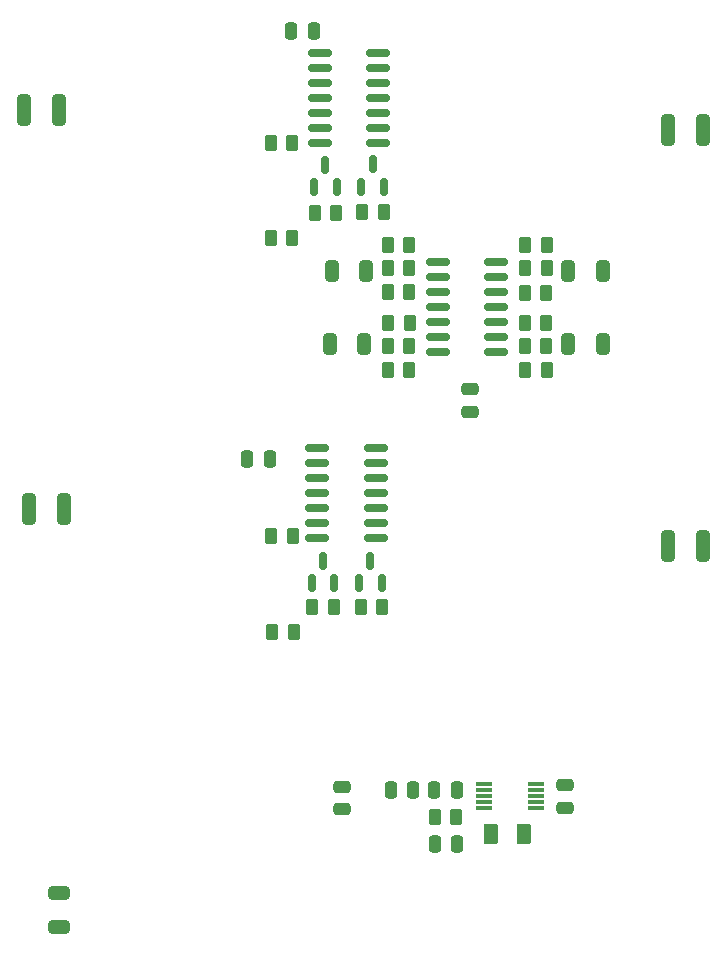
<source format=gbr>
%TF.GenerationSoftware,KiCad,Pcbnew,7.0.1*%
%TF.CreationDate,2023-04-06T21:05:58+02:00*%
%TF.ProjectId,Scout_Robot_Motor_Driver,53636f75-745f-4526-9f62-6f745f4d6f74,rev?*%
%TF.SameCoordinates,Original*%
%TF.FileFunction,Paste,Bot*%
%TF.FilePolarity,Positive*%
%FSLAX46Y46*%
G04 Gerber Fmt 4.6, Leading zero omitted, Abs format (unit mm)*
G04 Created by KiCad (PCBNEW 7.0.1) date 2023-04-06 21:05:58*
%MOMM*%
%LPD*%
G01*
G04 APERTURE LIST*
G04 Aperture macros list*
%AMRoundRect*
0 Rectangle with rounded corners*
0 $1 Rounding radius*
0 $2 $3 $4 $5 $6 $7 $8 $9 X,Y pos of 4 corners*
0 Add a 4 corners polygon primitive as box body*
4,1,4,$2,$3,$4,$5,$6,$7,$8,$9,$2,$3,0*
0 Add four circle primitives for the rounded corners*
1,1,$1+$1,$2,$3*
1,1,$1+$1,$4,$5*
1,1,$1+$1,$6,$7*
1,1,$1+$1,$8,$9*
0 Add four rect primitives between the rounded corners*
20,1,$1+$1,$2,$3,$4,$5,0*
20,1,$1+$1,$4,$5,$6,$7,0*
20,1,$1+$1,$6,$7,$8,$9,0*
20,1,$1+$1,$8,$9,$2,$3,0*%
G04 Aperture macros list end*
%ADD10RoundRect,0.250000X0.262500X0.450000X-0.262500X0.450000X-0.262500X-0.450000X0.262500X-0.450000X0*%
%ADD11R,1.400000X0.300000*%
%ADD12RoundRect,0.150000X0.150000X-0.587500X0.150000X0.587500X-0.150000X0.587500X-0.150000X-0.587500X0*%
%ADD13RoundRect,0.250000X-0.650000X0.325000X-0.650000X-0.325000X0.650000X-0.325000X0.650000X0.325000X0*%
%ADD14RoundRect,0.250000X0.375000X0.625000X-0.375000X0.625000X-0.375000X-0.625000X0.375000X-0.625000X0*%
%ADD15RoundRect,0.250000X-0.262500X-0.450000X0.262500X-0.450000X0.262500X0.450000X-0.262500X0.450000X0*%
%ADD16RoundRect,0.150000X0.825000X0.150000X-0.825000X0.150000X-0.825000X-0.150000X0.825000X-0.150000X0*%
%ADD17RoundRect,0.250000X-0.312500X-1.075000X0.312500X-1.075000X0.312500X1.075000X-0.312500X1.075000X0*%
%ADD18RoundRect,0.250000X-0.325000X-0.650000X0.325000X-0.650000X0.325000X0.650000X-0.325000X0.650000X0*%
%ADD19RoundRect,0.250000X0.250000X0.475000X-0.250000X0.475000X-0.250000X-0.475000X0.250000X-0.475000X0*%
%ADD20RoundRect,0.250000X0.325000X0.650000X-0.325000X0.650000X-0.325000X-0.650000X0.325000X-0.650000X0*%
%ADD21RoundRect,0.250000X-0.475000X0.250000X-0.475000X-0.250000X0.475000X-0.250000X0.475000X0.250000X0*%
%ADD22RoundRect,0.250000X0.475000X-0.250000X0.475000X0.250000X-0.475000X0.250000X-0.475000X-0.250000X0*%
G04 APERTURE END LIST*
D10*
%TO.C,R31*%
X217212500Y-85800000D03*
X215387500Y-85800000D03*
%TD*%
D11*
%TO.C,U12*%
X223550000Y-129500000D03*
X223550000Y-129000000D03*
X223550000Y-128500000D03*
X223550000Y-128000000D03*
X223550000Y-127500000D03*
X227950000Y-127500000D03*
X227950000Y-128000000D03*
X227950000Y-128500000D03*
X227950000Y-129000000D03*
X227950000Y-129500000D03*
%TD*%
D12*
%TO.C,Q7*%
X214850000Y-110475000D03*
X212950000Y-110475000D03*
X213900000Y-108600000D03*
%TD*%
D13*
%TO.C,C33*%
X187500000Y-136650000D03*
X187500000Y-139600000D03*
%TD*%
D14*
%TO.C,D25*%
X226900000Y-131700000D03*
X224100000Y-131700000D03*
%TD*%
D10*
%TO.C,R36*%
X228825000Y-92400000D03*
X227000000Y-92400000D03*
%TD*%
D15*
%TO.C,R33*%
X215387500Y-92400000D03*
X217212500Y-92400000D03*
%TD*%
D10*
%TO.C,R41*%
X221162500Y-130250000D03*
X219337500Y-130250000D03*
%TD*%
D16*
%TO.C,U11*%
X224575000Y-83290000D03*
X224575000Y-84560000D03*
X224575000Y-85830000D03*
X224575000Y-87100000D03*
X224575000Y-88370000D03*
X224575000Y-89640000D03*
X224575000Y-90910000D03*
X219625000Y-90910000D03*
X219625000Y-89640000D03*
X219625000Y-88370000D03*
X219625000Y-87100000D03*
X219625000Y-85830000D03*
X219625000Y-84560000D03*
X219625000Y-83290000D03*
%TD*%
D17*
%TO.C,R26*%
X184575000Y-70400000D03*
X187500000Y-70400000D03*
%TD*%
D18*
%TO.C,C19*%
X230625000Y-84000000D03*
X233575000Y-84000000D03*
%TD*%
D10*
%TO.C,R38*%
X217200000Y-83800000D03*
X215375000Y-83800000D03*
%TD*%
D16*
%TO.C,U2*%
X214575000Y-65590000D03*
X214575000Y-66860000D03*
X214575000Y-68130000D03*
X214575000Y-69400000D03*
X214575000Y-70670000D03*
X214575000Y-71940000D03*
X214575000Y-73210000D03*
X209625000Y-73210000D03*
X209625000Y-71940000D03*
X209625000Y-70670000D03*
X209625000Y-69400000D03*
X209625000Y-68130000D03*
X209625000Y-66860000D03*
X209625000Y-65590000D03*
%TD*%
D17*
%TO.C,R27*%
X185037500Y-104200000D03*
X187962500Y-104200000D03*
%TD*%
D19*
%TO.C,C10*%
X209100000Y-63700000D03*
X207200000Y-63700000D03*
%TD*%
%TO.C,C26*%
X221250000Y-132500000D03*
X219350000Y-132500000D03*
%TD*%
D12*
%TO.C,Q1*%
X210850000Y-110475000D03*
X208950000Y-110475000D03*
X209900000Y-108600000D03*
%TD*%
D10*
%TO.C,R37*%
X217200000Y-90400000D03*
X215375000Y-90400000D03*
%TD*%
%TO.C,R2*%
X211025000Y-79100000D03*
X209200000Y-79100000D03*
%TD*%
D15*
%TO.C,R15*%
X205575000Y-114600000D03*
X207400000Y-114600000D03*
%TD*%
D10*
%TO.C,R35*%
X228825000Y-81800000D03*
X227000000Y-81800000D03*
%TD*%
D19*
%TO.C,C9*%
X205400000Y-99900000D03*
X203500000Y-99900000D03*
%TD*%
D20*
%TO.C,C20*%
X213400000Y-90200000D03*
X210450000Y-90200000D03*
%TD*%
D21*
%TO.C,C23*%
X222300000Y-94050000D03*
X222300000Y-95950000D03*
%TD*%
D19*
%TO.C,C24*%
X217550000Y-128000000D03*
X215650000Y-128000000D03*
%TD*%
D10*
%TO.C,R30*%
X217225000Y-88400000D03*
X215400000Y-88400000D03*
%TD*%
D12*
%TO.C,Q2*%
X211050000Y-76937500D03*
X209150000Y-76937500D03*
X210100000Y-75062500D03*
%TD*%
D21*
%TO.C,C28*%
X211500000Y-127700000D03*
X211500000Y-129600000D03*
%TD*%
D15*
%TO.C,R3*%
X205487500Y-106500000D03*
X207312500Y-106500000D03*
%TD*%
%TO.C,R40*%
X226975000Y-90400000D03*
X228800000Y-90400000D03*
%TD*%
D19*
%TO.C,C25*%
X221200000Y-128000000D03*
X219300000Y-128000000D03*
%TD*%
D15*
%TO.C,R14*%
X213200000Y-79000000D03*
X215025000Y-79000000D03*
%TD*%
%TO.C,R29*%
X226987500Y-85900000D03*
X228812500Y-85900000D03*
%TD*%
%TO.C,R16*%
X205475000Y-81200000D03*
X207300000Y-81200000D03*
%TD*%
D18*
%TO.C,C22*%
X230625000Y-90200000D03*
X233575000Y-90200000D03*
%TD*%
D17*
%TO.C,R25*%
X239137500Y-72100000D03*
X242062500Y-72100000D03*
%TD*%
D15*
%TO.C,R34*%
X215387500Y-81800000D03*
X217212500Y-81800000D03*
%TD*%
D20*
%TO.C,C21*%
X213575000Y-84000000D03*
X210625000Y-84000000D03*
%TD*%
D15*
%TO.C,R13*%
X213100000Y-112500000D03*
X214925000Y-112500000D03*
%TD*%
D10*
%TO.C,R1*%
X210800000Y-112500000D03*
X208975000Y-112500000D03*
%TD*%
D16*
%TO.C,U1*%
X214350000Y-99050000D03*
X214350000Y-100320000D03*
X214350000Y-101590000D03*
X214350000Y-102860000D03*
X214350000Y-104130000D03*
X214350000Y-105400000D03*
X214350000Y-106670000D03*
X209400000Y-106670000D03*
X209400000Y-105400000D03*
X209400000Y-104130000D03*
X209400000Y-102860000D03*
X209400000Y-101590000D03*
X209400000Y-100320000D03*
X209400000Y-99050000D03*
%TD*%
D15*
%TO.C,R4*%
X205475000Y-73200000D03*
X207300000Y-73200000D03*
%TD*%
D22*
%TO.C,C27*%
X230400000Y-129450000D03*
X230400000Y-127550000D03*
%TD*%
D15*
%TO.C,R32*%
X226987500Y-88400000D03*
X228812500Y-88400000D03*
%TD*%
D12*
%TO.C,Q8*%
X215050000Y-76875000D03*
X213150000Y-76875000D03*
X214100000Y-75000000D03*
%TD*%
D17*
%TO.C,R28*%
X239100000Y-107300000D03*
X242025000Y-107300000D03*
%TD*%
D15*
%TO.C,R39*%
X227000000Y-83800000D03*
X228825000Y-83800000D03*
%TD*%
M02*

</source>
